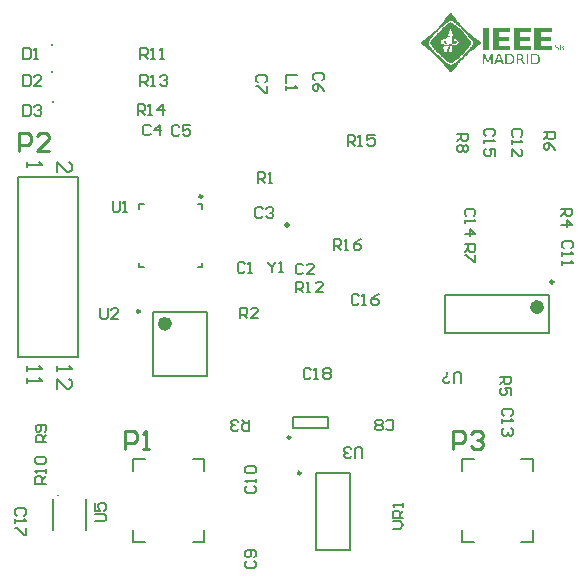
<source format=gto>
G04 Layer_Color=65535*
%FSLAX25Y25*%
%MOIN*%
G70*
G01*
G75*
%ADD30C,0.01000*%
%ADD31C,0.00800*%
%ADD33C,0.00600*%
%ADD46C,0.00984*%
%ADD47C,0.02362*%
%ADD48C,0.00787*%
%ADD49C,0.00984*%
%ADD50C,0.01968*%
%ADD51C,0.00500*%
G36*
X323348Y407967D02*
X321234D01*
Y415547D01*
X323348D01*
Y407967D01*
D02*
G37*
G36*
X330235Y414071D02*
X326555D01*
Y412522D01*
X329925D01*
Y411046D01*
X326555D01*
Y409443D01*
X330235D01*
Y407967D01*
X324459D01*
Y415547D01*
X330235D01*
Y414071D01*
D02*
G37*
G36*
X337195D02*
X333496D01*
Y412522D01*
X336885D01*
Y411046D01*
X333496D01*
Y409443D01*
X337195D01*
Y407967D01*
X331401D01*
Y415547D01*
X337195D01*
Y414071D01*
D02*
G37*
G36*
X333715Y406819D02*
X333861Y406801D01*
X334152Y406728D01*
X334298Y406674D01*
X334426Y406582D01*
X334444Y406564D01*
X334480Y406528D01*
X334517Y406473D01*
X334571Y406400D01*
X334626Y406291D01*
X334681Y406164D01*
X334699Y406018D01*
X334717Y405835D01*
Y405817D01*
Y405781D01*
Y405708D01*
X334699Y405635D01*
X334644Y405453D01*
X334553Y405271D01*
Y405253D01*
X334535Y405234D01*
X334444Y405143D01*
X334316Y405034D01*
X334116Y404961D01*
X334152Y404943D01*
X334207Y404906D01*
X334316Y404852D01*
X334407Y404742D01*
X334426Y404706D01*
X334499Y404615D01*
X334590Y404469D01*
X334699Y404269D01*
X335173Y403321D01*
X334681D01*
X334207Y404214D01*
Y404232D01*
X334171Y404269D01*
X334152Y404323D01*
X334098Y404396D01*
X334007Y404560D01*
X333934Y404615D01*
X333879Y404669D01*
X333843Y404688D01*
X333770Y404742D01*
X333624Y404797D01*
X333423Y404815D01*
X332913D01*
Y403321D01*
X332440D01*
Y406838D01*
X333606D01*
X333715Y406819D01*
D02*
G37*
G36*
X324478Y403321D02*
X324004D01*
Y406400D01*
X323093Y403977D01*
X322619D01*
X321708Y406400D01*
Y403321D01*
X321234D01*
Y406838D01*
X321945D01*
X322856Y404451D01*
X323767Y406838D01*
X324478D01*
Y403321D01*
D02*
G37*
G36*
X338562Y406819D02*
X338780Y406783D01*
X339035Y406728D01*
X339272Y406655D01*
X339509Y406546D01*
X339709Y406400D01*
X339728Y406382D01*
X339782Y406327D01*
X339855Y406218D01*
X339946Y406072D01*
X340037Y405890D01*
X340110Y405672D01*
X340165Y405398D01*
X340183Y405089D01*
Y405070D01*
Y405052D01*
Y404943D01*
X340165Y404779D01*
X340128Y404578D01*
X340074Y404360D01*
X339983Y404123D01*
X339873Y403922D01*
X339709Y403740D01*
X339691Y403722D01*
X339618Y403667D01*
X339509Y403613D01*
X339345Y403540D01*
X339145Y403449D01*
X338871Y403394D01*
X338580Y403339D01*
X338215Y403321D01*
X337231D01*
Y406838D01*
X338379D01*
X338562Y406819D01*
D02*
G37*
G36*
X336266Y403321D02*
X335810D01*
Y406838D01*
X336266D01*
Y403321D01*
D02*
G37*
G36*
X328213D02*
X327721D01*
X327393Y404214D01*
X325789D01*
X325498Y403321D01*
X324988D01*
X326336Y406838D01*
X326864D01*
X328213Y403321D01*
D02*
G37*
G36*
X346050Y409917D02*
X346068D01*
X346141Y409899D01*
X346232Y409880D01*
X346341Y409844D01*
Y409589D01*
X346323Y409607D01*
X346250Y409644D01*
X346159Y409680D01*
X346068Y409716D01*
X346050D01*
X345995Y409735D01*
X345686D01*
X345595Y409698D01*
X345485Y409662D01*
X345467Y409644D01*
X345430Y409607D01*
X345394Y409516D01*
X345376Y409425D01*
Y409407D01*
X345394Y409352D01*
X345412Y409297D01*
X345449Y409224D01*
X345467D01*
X345522Y409188D01*
X345613Y409170D01*
X345740Y409133D01*
X345904Y409097D01*
X345922D01*
X345959Y409079D01*
X346068Y409060D01*
X346196Y408988D01*
X346323Y408896D01*
X346341Y408878D01*
X346396Y408805D01*
X346433Y408696D01*
X346451Y408532D01*
Y408514D01*
Y408496D01*
X346433Y408386D01*
X346378Y408241D01*
X346269Y408113D01*
X346232Y408095D01*
X346141Y408040D01*
X345959Y407985D01*
X345722Y407967D01*
X345631D01*
X345540Y407985D01*
X345430Y408004D01*
X345412D01*
X345339Y408022D01*
X345230Y408058D01*
X345103Y408095D01*
Y408350D01*
X345139Y408332D01*
X345212Y408313D01*
X345321Y408277D01*
X345430Y408241D01*
X345449Y408222D01*
X345522Y408204D01*
X345613Y408186D01*
X345722Y408168D01*
X345759D01*
X345850Y408186D01*
X345959Y408222D01*
X346068Y408277D01*
X346086Y408295D01*
X346123Y408332D01*
X346159Y408404D01*
X346178Y408514D01*
Y408532D01*
X346159Y408605D01*
X346141Y408660D01*
X346086Y408733D01*
X346068Y408751D01*
X346032Y408769D01*
X345941Y408805D01*
X345813Y408842D01*
X345667Y408878D01*
X345649D01*
X345613Y408896D01*
X345503Y408933D01*
X345376Y408988D01*
X345248Y409060D01*
X345230Y409079D01*
X345175Y409152D01*
X345121Y409261D01*
X345103Y409407D01*
Y409425D01*
Y409443D01*
X345121Y409552D01*
X345175Y409680D01*
X345285Y409807D01*
X345321Y409826D01*
X345412Y409880D01*
X345576Y409917D01*
X345777Y409935D01*
X345959D01*
X346050Y409917D01*
D02*
G37*
G36*
X310630Y420320D02*
X310667Y420302D01*
X310776Y420266D01*
X310812Y420248D01*
X310831Y420229D01*
X310940Y420156D01*
X310958Y420138D01*
X310977Y420120D01*
X311723Y419063D01*
X312070Y418644D01*
X312215Y418444D01*
X312361Y418262D01*
X312471Y418116D01*
X312580Y418007D01*
X312634Y417934D01*
X312653Y417897D01*
X313017Y417460D01*
X313181Y417278D01*
X313345Y417096D01*
X313473Y416950D01*
X313564Y416840D01*
X313637Y416768D01*
X313655Y416749D01*
X315295Y415037D01*
X315714Y414636D01*
X316114Y414253D01*
X316497Y413907D01*
X316843Y413597D01*
X317153Y413324D01*
X317262Y413215D01*
X317372Y413124D01*
X317463Y413051D01*
X317517Y412996D01*
X317554Y412978D01*
X317572Y412959D01*
X318009Y412595D01*
X318465Y412249D01*
X318866Y411939D01*
X319248Y411666D01*
X319558Y411447D01*
X319704Y411356D01*
X319813Y411265D01*
X319904Y411210D01*
X319977Y411156D01*
X320014Y411137D01*
X320032Y411119D01*
X320068D01*
X320196Y411028D01*
X320269Y410937D01*
X320323Y410883D01*
X320342Y410846D01*
X320396Y410718D01*
X320433Y410591D01*
X320451Y410500D01*
Y410482D01*
Y410463D01*
X320433Y410318D01*
X320396Y410208D01*
X320342Y410117D01*
X320269Y410026D01*
X320196Y409972D01*
X320141Y409935D01*
X320105Y409899D01*
X320087D01*
X319850Y409771D01*
X319649Y409644D01*
X319576Y409589D01*
X319540Y409552D01*
X319503Y409534D01*
X319485Y409516D01*
X319030Y409188D01*
X318593Y408842D01*
X318192Y408532D01*
X317845Y408241D01*
X317536Y408004D01*
X317426Y407894D01*
X317317Y407803D01*
X317226Y407730D01*
X317171Y407676D01*
X317135Y407657D01*
X317117Y407639D01*
X316679Y407257D01*
X316260Y406892D01*
X315878Y406528D01*
X315550Y406218D01*
X315258Y405945D01*
X315149Y405835D01*
X315040Y405726D01*
X314967Y405653D01*
X314912Y405599D01*
X314876Y405562D01*
X314857Y405544D01*
X314457Y405143D01*
X314074Y404742D01*
X313728Y404378D01*
X313418Y404032D01*
X313163Y403740D01*
X313054Y403613D01*
X312963Y403522D01*
X312890Y403431D01*
X312835Y403376D01*
X312817Y403339D01*
X312799Y403321D01*
X312434Y402884D01*
X312106Y402447D01*
X311796Y402046D01*
X311523Y401681D01*
X311286Y401372D01*
X311195Y401244D01*
X311104Y401135D01*
X311049Y401062D01*
X310995Y400989D01*
X310977Y400953D01*
X310958Y400934D01*
X310776Y400752D01*
X310667Y400698D01*
X310557Y400679D01*
X310448D01*
X310339Y400698D01*
X310248Y400716D01*
X310175Y400752D01*
X310157D01*
X310029Y400807D01*
X309938Y400880D01*
X309901Y400953D01*
X309883Y400971D01*
X309829Y401080D01*
X309774Y401189D01*
X309737Y401262D01*
X309719Y401280D01*
X309428Y401700D01*
X309282Y401900D01*
X309155Y402082D01*
X309027Y402228D01*
X308936Y402337D01*
X308881Y402410D01*
X308863Y402428D01*
X308535Y402847D01*
X308389Y403030D01*
X308262Y403194D01*
X308152Y403339D01*
X308061Y403449D01*
X308007Y403522D01*
X307988Y403540D01*
X307806Y403722D01*
X307661Y403886D01*
X307551Y404013D01*
X307533Y404032D01*
X307515Y404050D01*
X307351Y404232D01*
X307205Y404414D01*
X307132Y404487D01*
X307077Y404524D01*
X307059Y404560D01*
X307041Y404578D01*
X306768Y404870D01*
X306513Y405143D01*
X306276Y405398D01*
X306039Y405635D01*
X305857Y405817D01*
X305711Y405963D01*
X305620Y406054D01*
X305583Y406091D01*
X305292Y406364D01*
X305019Y406637D01*
X304745Y406874D01*
X304508Y407074D01*
X304308Y407257D01*
X304162Y407402D01*
X304053Y407475D01*
X304035Y407512D01*
X304016D01*
X303433Y408004D01*
X303178Y408222D01*
X302923Y408423D01*
X302723Y408587D01*
X302577Y408714D01*
X302468Y408787D01*
X302449Y408824D01*
X302431D01*
X301830Y409279D01*
X301538Y409498D01*
X301284Y409680D01*
X301065Y409826D01*
X300901Y409935D01*
X300792Y410026D01*
X300773Y410044D01*
X300755D01*
X300682Y410135D01*
X300627Y410226D01*
X300591Y410299D01*
X300573Y410318D01*
X300536Y410445D01*
Y410555D01*
X300555Y410646D01*
Y410682D01*
X300609Y410810D01*
X300700Y410919D01*
X300773Y410992D01*
X300810Y411010D01*
X300956Y411119D01*
X301065Y411210D01*
X301138Y411265D01*
X301156Y411283D01*
X301557Y411557D01*
X301921Y411830D01*
X302267Y412103D01*
X302577Y412340D01*
X302850Y412540D01*
X303051Y412686D01*
X303124Y412759D01*
X303178Y412796D01*
X303197Y412832D01*
X303215D01*
X303579Y413142D01*
X303944Y413451D01*
X304272Y413743D01*
X304563Y413998D01*
X304800Y414217D01*
X304982Y414399D01*
X305055Y414454D01*
X305110Y414508D01*
X305128Y414527D01*
X305146Y414545D01*
X305492Y414891D01*
X305838Y415219D01*
X306148Y415547D01*
X306421Y415820D01*
X306658Y416075D01*
X306841Y416257D01*
X306895Y416330D01*
X306950Y416385D01*
X306968Y416403D01*
X306986Y416421D01*
X307314Y416786D01*
X307624Y417132D01*
X307915Y417460D01*
X308171Y417770D01*
X308371Y418025D01*
X308535Y418225D01*
X308608Y418298D01*
X308644Y418353D01*
X308681Y418371D01*
Y418389D01*
X310029Y420138D01*
X310120Y420211D01*
X310229Y420266D01*
X310302Y420284D01*
X310321Y420302D01*
X310448Y420339D01*
X310557D01*
X310630Y420320D01*
D02*
G37*
G36*
X347690Y409899D02*
X347836Y409862D01*
X347981Y409789D01*
X348000Y409771D01*
X348054Y409698D01*
X348109Y409589D01*
X348127Y409443D01*
Y409425D01*
Y409352D01*
X348091Y409261D01*
X348054Y409170D01*
X348036Y409152D01*
X348000Y409115D01*
X347927Y409079D01*
X347817Y409042D01*
X347854D01*
X347927Y409006D01*
X348018Y408951D01*
X348109Y408860D01*
X348127Y408842D01*
X348164Y408769D01*
X348200Y408660D01*
X348218Y408532D01*
Y408514D01*
Y408496D01*
X348200Y408386D01*
X348145Y408259D01*
X348036Y408131D01*
X348000Y408113D01*
X347908Y408077D01*
X347744Y408022D01*
X347544Y408004D01*
X346852D01*
Y409917D01*
X347617D01*
X347690Y409899D01*
D02*
G37*
G36*
X344155Y414071D02*
X340457D01*
Y412522D01*
X343845D01*
Y411046D01*
X340457D01*
Y409443D01*
X344155D01*
Y407967D01*
X338361D01*
Y415547D01*
X344155D01*
Y414071D01*
D02*
G37*
G36*
X330053Y406819D02*
X330272Y406783D01*
X330508Y406728D01*
X330763Y406655D01*
X331000Y406546D01*
X331201Y406400D01*
X331219Y406382D01*
X331274Y406327D01*
X331347Y406218D01*
X331438Y406072D01*
X331529Y405890D01*
X331602Y405672D01*
X331656Y405398D01*
X331674Y405089D01*
Y405070D01*
Y405052D01*
Y404943D01*
X331656Y404779D01*
X331620Y404578D01*
X331565Y404360D01*
X331474Y404123D01*
X331365Y403922D01*
X331201Y403740D01*
X331183Y403722D01*
X331110Y403667D01*
X331000Y403613D01*
X330836Y403540D01*
X330618Y403449D01*
X330363Y403394D01*
X330053Y403339D01*
X329707Y403321D01*
X328723D01*
Y406838D01*
X329871D01*
X330053Y406819D01*
D02*
G37*
%LPC*%
G36*
X333515Y406437D02*
X332913D01*
Y405198D01*
X333642D01*
X333715Y405216D01*
X333879Y405253D01*
X334043Y405344D01*
X334061Y405380D01*
X334134Y405471D01*
X334189Y405617D01*
X334207Y405835D01*
Y405854D01*
Y405890D01*
X334189Y406018D01*
X334134Y406164D01*
X334043Y406291D01*
X334007Y406309D01*
X333915Y406364D01*
X333752Y406419D01*
X333515Y406437D01*
D02*
G37*
G36*
X338270D02*
X337687D01*
Y403704D01*
X338398D01*
X338525Y403722D01*
X338671Y403740D01*
X338853Y403795D01*
X339035Y403850D01*
X339199Y403941D01*
X339345Y404050D01*
X339363Y404068D01*
X339400Y404105D01*
X339454Y404196D01*
X339527Y404305D01*
X339582Y404451D01*
X339637Y404633D01*
X339673Y404833D01*
X339691Y405089D01*
Y405125D01*
Y405198D01*
X339673Y405325D01*
X339655Y405489D01*
X339600Y405653D01*
X339545Y405835D01*
X339454Y405981D01*
X339345Y406127D01*
X339327Y406145D01*
X339272Y406182D01*
X339199Y406218D01*
X339090Y406291D01*
X338926Y406346D01*
X338744Y406382D01*
X338525Y406419D01*
X338270Y406437D01*
D02*
G37*
G36*
X326609Y406364D02*
X325953Y404615D01*
X327247D01*
X326609Y406364D01*
D02*
G37*
G36*
X310648Y417824D02*
X310448D01*
X310266Y417806D01*
X310120Y417751D01*
X309993Y417697D01*
X309901Y417642D01*
X309829Y417606D01*
X309810Y417587D01*
X309464Y417351D01*
X309300Y417223D01*
X309173Y417114D01*
X309045Y417023D01*
X308954Y416950D01*
X308899Y416913D01*
X308881Y416895D01*
X308553Y416640D01*
X308389Y416512D01*
X308262Y416403D01*
X308134Y416312D01*
X308043Y416239D01*
X307988Y416185D01*
X307970Y416166D01*
X307915Y416112D01*
X307897Y416093D01*
X307879D01*
X307843Y416057D01*
X307824Y416039D01*
X307424Y415674D01*
X307059Y415328D01*
X306695Y415000D01*
X306385Y414690D01*
X306130Y414435D01*
X305930Y414235D01*
X305857Y414162D01*
X305802Y414107D01*
X305766Y414071D01*
X305747Y414053D01*
X305383Y413670D01*
X305019Y413287D01*
X304709Y412941D01*
X304435Y412632D01*
X304217Y412358D01*
X304108Y412231D01*
X304035Y412140D01*
X303980Y412067D01*
X303925Y412012D01*
X303907Y411976D01*
X303889Y411957D01*
X303707Y411721D01*
X303561Y411520D01*
X303506Y411447D01*
X303452Y411374D01*
X303433Y411338D01*
X303415Y411320D01*
X303269Y411083D01*
X303197Y410864D01*
X303160Y410773D01*
X303142Y410700D01*
X303124Y410646D01*
Y410627D01*
Y410500D01*
Y410372D01*
X303142Y410299D01*
Y410263D01*
X303178Y410135D01*
X303233Y410026D01*
X303269Y409953D01*
X303288Y409917D01*
X303561Y409516D01*
X303853Y409133D01*
X304126Y408787D01*
X304381Y408477D01*
X304599Y408222D01*
X304764Y408022D01*
X304836Y407931D01*
X304891Y407894D01*
X304909Y407858D01*
X304927Y407840D01*
X305274Y407475D01*
X305602Y407129D01*
X305930Y406801D01*
X306203Y406510D01*
X306440Y406273D01*
X306622Y406109D01*
X306695Y406036D01*
X306750Y405981D01*
X306768Y405963D01*
X306786Y405945D01*
X307096Y405672D01*
X307405Y405416D01*
X307679Y405180D01*
X307915Y404943D01*
X308134Y404761D01*
X308280Y404615D01*
X308389Y404524D01*
X308426Y404505D01*
Y404487D01*
X308735Y404232D01*
X309045Y403995D01*
X309337Y403777D01*
X309610Y403594D01*
X309847Y403449D01*
X310029Y403339D01*
X310102Y403303D01*
X310157Y403266D01*
X310175Y403248D01*
X310193D01*
X310302Y403212D01*
X310430Y403194D01*
X310630D01*
X310703Y403212D01*
X310776D01*
X310812Y403230D01*
X310831D01*
X311049Y403321D01*
X311232Y403431D01*
X311304Y403467D01*
X311359Y403503D01*
X311377Y403522D01*
X311396D01*
X311851Y403868D01*
X312070Y404032D01*
X312252Y404178D01*
X312416Y404305D01*
X312525Y404396D01*
X312616Y404469D01*
X312634Y404487D01*
X313090Y404852D01*
X313290Y405034D01*
X313454Y405180D01*
X313600Y405307D01*
X313728Y405416D01*
X313801Y405489D01*
X313819Y405508D01*
X314238Y405908D01*
X314438Y406109D01*
X314620Y406273D01*
X314766Y406419D01*
X314876Y406528D01*
X314949Y406601D01*
X314967Y406619D01*
X315368Y407038D01*
X315550Y407238D01*
X315714Y407421D01*
X315860Y407566D01*
X315969Y407676D01*
X316042Y407749D01*
X316060Y407767D01*
X316424Y408222D01*
X316588Y408423D01*
X316752Y408605D01*
X316880Y408751D01*
X316971Y408878D01*
X317044Y408951D01*
X317062Y408969D01*
X317244Y409188D01*
X317408Y409425D01*
X317536Y409644D01*
X317645Y409844D01*
X317736Y410008D01*
X317791Y410135D01*
X317827Y410226D01*
X317845Y410263D01*
X317882Y410463D01*
X317864Y410627D01*
X317845Y410737D01*
X317827Y410755D01*
Y410773D01*
X317754Y410937D01*
X317700Y411083D01*
X317627Y411192D01*
X317609Y411210D01*
Y411229D01*
X317281Y411666D01*
X316971Y412085D01*
X316661Y412486D01*
X316370Y412832D01*
X316114Y413124D01*
X316005Y413251D01*
X315932Y413342D01*
X315860Y413433D01*
X315805Y413488D01*
X315768Y413524D01*
X315750Y413543D01*
X315368Y413962D01*
X315003Y414362D01*
X314639Y414727D01*
X314329Y415055D01*
X314056Y415328D01*
X313946Y415438D01*
X313837Y415529D01*
X313764Y415601D01*
X313709Y415674D01*
X313673Y415693D01*
X313655Y415711D01*
X313564Y415765D01*
X313254Y416039D01*
X313108Y416166D01*
X312981Y416276D01*
X312871Y416385D01*
X312780Y416458D01*
X312726Y416494D01*
X312707Y416512D01*
X312398Y416768D01*
X312252Y416895D01*
X312124Y417004D01*
X312015Y417077D01*
X311924Y417150D01*
X311869Y417187D01*
X311851Y417205D01*
X311523Y417442D01*
X311359Y417551D01*
X311195Y417624D01*
X311049Y417678D01*
X310940Y417733D01*
X310867Y417770D01*
X310849D01*
X310648Y417824D01*
D02*
G37*
%LPD*%
G36*
X310721Y417223D02*
X310940Y417168D01*
X311013Y417132D01*
X311086Y417114D01*
X311122Y417077D01*
X311140D01*
X311377Y416950D01*
X311560Y416822D01*
X311632Y416768D01*
X311687Y416731D01*
X311705Y416713D01*
X311723Y416695D01*
X312033Y416458D01*
X312161Y416349D01*
X312288Y416257D01*
X312398Y416166D01*
X312471Y416093D01*
X312525Y416057D01*
X312543Y416039D01*
X312835Y415802D01*
X312963Y415674D01*
X313090Y415565D01*
X313181Y415474D01*
X313254Y415401D01*
X313290Y415365D01*
X313309Y415346D01*
X313400Y415310D01*
X313782Y414946D01*
X314129Y414599D01*
X314457Y414271D01*
X314748Y413962D01*
X314985Y413707D01*
X315167Y413506D01*
X315240Y413433D01*
X315295Y413379D01*
X315313Y413342D01*
X315331Y413324D01*
X315677Y412941D01*
X315987Y412559D01*
X316279Y412194D01*
X316534Y411866D01*
X316734Y411575D01*
X316825Y411466D01*
X316898Y411356D01*
X316953Y411283D01*
X316989Y411229D01*
X317025Y411192D01*
Y411174D01*
X317117Y411028D01*
X317190Y410883D01*
X317226Y410791D01*
X317244Y410773D01*
Y410755D01*
X317281Y410591D01*
Y410445D01*
Y410318D01*
X317262Y410299D01*
Y410281D01*
X317153Y410044D01*
X317044Y409826D01*
X316916Y409625D01*
X316807Y409443D01*
X316698Y409297D01*
X316606Y409188D01*
X316552Y409115D01*
X316534Y409097D01*
X316206Y408696D01*
X316042Y408514D01*
X315896Y408332D01*
X315787Y408186D01*
X315677Y408077D01*
X315623Y408004D01*
X315604Y407985D01*
X315240Y407585D01*
X314876Y407220D01*
X314529Y406856D01*
X314220Y406546D01*
X313946Y406291D01*
X313837Y406182D01*
X313746Y406091D01*
X313673Y406018D01*
X313618Y405963D01*
X313582Y405927D01*
X313564Y405908D01*
X313163Y405544D01*
X312762Y405198D01*
X312398Y404888D01*
X312052Y404615D01*
X311760Y404396D01*
X311632Y404305D01*
X311523Y404232D01*
X311432Y404178D01*
X311377Y404123D01*
X311341Y404105D01*
X311323Y404086D01*
X311140Y403959D01*
X310977Y403868D01*
X310904Y403831D01*
X310849Y403813D01*
X310812Y403795D01*
X310794D01*
X310685Y403777D01*
X310576Y403758D01*
X310394Y403777D01*
X310321Y403795D01*
X310266Y403813D01*
X310229Y403831D01*
X310211D01*
X309901Y404013D01*
X309592Y404196D01*
X309318Y404378D01*
X309082Y404560D01*
X308881Y404706D01*
X308717Y404833D01*
X308626Y404906D01*
X308590Y404943D01*
X308043Y405453D01*
X307788Y405672D01*
X307551Y405890D01*
X307351Y406054D01*
X307205Y406200D01*
X307114Y406273D01*
X307077Y406309D01*
X306750Y406619D01*
X306458Y406929D01*
X306166Y407220D01*
X305893Y407493D01*
X305675Y407730D01*
X305510Y407894D01*
X305456Y407967D01*
X305401Y408022D01*
X305383Y408040D01*
X305365Y408058D01*
X305055Y408423D01*
X304782Y408769D01*
X304527Y409079D01*
X304290Y409388D01*
X304108Y409625D01*
X303980Y409826D01*
X303925Y409899D01*
X303889Y409953D01*
X303853Y409972D01*
Y409990D01*
X303798Y410081D01*
X303761Y410190D01*
X303725Y410263D01*
Y410281D01*
X303707Y410409D01*
Y410518D01*
Y410591D01*
Y410627D01*
X303780Y410883D01*
X303871Y411083D01*
X303907Y411156D01*
X303944Y411210D01*
X303980Y411247D01*
Y411265D01*
X304144Y411484D01*
X304290Y411666D01*
X304344Y411739D01*
X304381Y411794D01*
X304399Y411830D01*
X304417Y411848D01*
X304709Y412213D01*
X305019Y412577D01*
X305310Y412905D01*
X305565Y413196D01*
X305802Y413433D01*
X305966Y413616D01*
X306039Y413688D01*
X306094Y413743D01*
X306112Y413761D01*
X306130Y413779D01*
X306476Y414126D01*
X306822Y414472D01*
X307150Y414782D01*
X307442Y415055D01*
X307679Y415274D01*
X307879Y415456D01*
X307952Y415510D01*
X308007Y415565D01*
X308025Y415583D01*
X308043Y415601D01*
X308080Y415638D01*
X308098Y415656D01*
X308152Y415711D01*
X308171Y415729D01*
X308462Y415984D01*
X308608Y416093D01*
X308735Y416203D01*
X308845Y416276D01*
X308918Y416349D01*
X308972Y416385D01*
X308991Y416403D01*
X309318Y416640D01*
X309464Y416749D01*
X309592Y416859D01*
X309701Y416931D01*
X309792Y417004D01*
X309847Y417041D01*
X309865Y417059D01*
X309956Y417114D01*
X310047Y417168D01*
X310120Y417187D01*
X310138Y417205D01*
X310266Y417241D01*
X310357Y417260D01*
X310466D01*
X310721Y417223D01*
D02*
G37*
%LPC*%
G36*
X310466Y415365D02*
X310321Y414854D01*
X309646Y412686D01*
X309737Y412668D01*
X310193D01*
Y412650D01*
X310138Y411083D01*
X310120D01*
Y411101D01*
X309993Y411283D01*
Y411302D01*
X309974Y411338D01*
X309956Y411429D01*
X309920Y411538D01*
X309901Y411557D01*
Y411575D01*
X309883Y411684D01*
X309865Y411775D01*
X309883Y411903D01*
Y411976D01*
X309901Y411994D01*
X309974Y412085D01*
X310011Y412176D01*
X310047Y412249D01*
X310066Y412285D01*
X310084Y412358D01*
X310102Y412413D01*
X310084Y412486D01*
X310047Y412540D01*
X310029Y412559D01*
Y412577D01*
X309993D01*
X309938Y412559D01*
X309847Y412522D01*
X309792Y412468D01*
X309756Y412449D01*
X309665Y412395D01*
X309592Y412358D01*
X309555Y412340D01*
X309428Y412358D01*
X309300Y412322D01*
X309227Y412285D01*
X309191Y412267D01*
X309100Y412213D01*
X309045Y412176D01*
X309027Y412158D01*
X308991D01*
X308954Y412140D01*
X308936D01*
X308881Y412121D01*
X308863Y412085D01*
X308845Y412048D01*
Y412030D01*
X308863Y411939D01*
X308881Y411885D01*
X308899Y411866D01*
X309009D01*
Y411684D01*
X308899Y411757D01*
X308863Y411794D01*
X308845D01*
X308754Y411866D01*
X308717Y411903D01*
X308699D01*
X308553Y411885D01*
X308426Y411848D01*
X308353Y411830D01*
X308316Y411812D01*
X308189Y411775D01*
X308098Y411721D01*
X308025Y411684D01*
X307988Y411666D01*
X307770Y411557D01*
X307569Y411429D01*
X307497Y411393D01*
X307424Y411338D01*
X307387Y411320D01*
X307369Y411302D01*
X307278Y411210D01*
X307205Y411119D01*
X307150Y411010D01*
X307114Y410919D01*
X307096Y410828D01*
Y410755D01*
Y410700D01*
Y410682D01*
X307169Y410536D01*
X307260Y410427D01*
X307332Y410336D01*
X307369Y410318D01*
X307515Y410226D01*
X307624Y410154D01*
X307697Y410117D01*
X307733Y410099D01*
X308116Y409953D01*
X308517Y409844D01*
X308899Y409753D01*
X309246Y409698D01*
X309555Y409662D01*
X309683Y409644D01*
X309792D01*
X309865Y409625D01*
X310448D01*
X310867Y409662D01*
X311268Y409698D01*
X311614Y409753D01*
X311888Y409807D01*
X312015Y409844D01*
X312106Y409862D01*
X312179Y409880D01*
X312234Y409899D01*
X312270Y409917D01*
X312288D01*
X312489Y410008D01*
X312671Y410117D01*
X312726Y410154D01*
X312780Y410190D01*
X312817Y410208D01*
X312835D01*
X312926Y410281D01*
X313017Y410354D01*
X313072Y410445D01*
X313108Y410518D01*
X313145Y410591D01*
Y410646D01*
X313163Y410682D01*
Y410700D01*
Y410791D01*
X313126Y410883D01*
X313054Y411010D01*
X312981Y411083D01*
X312963Y411119D01*
X312944D01*
X312799Y411247D01*
X312671Y411338D01*
X312580Y411393D01*
X312543Y411411D01*
Y411429D01*
X312634Y411447D01*
X312653Y411466D01*
X312671D01*
X312780Y411502D01*
X312835D01*
Y411520D01*
X312580Y411575D01*
X312361Y411611D01*
X312270Y411629D01*
X312197Y411648D01*
X312161Y411666D01*
X312143D01*
X311888Y411739D01*
X311651Y411794D01*
X311560Y411812D01*
X311487Y411830D01*
X311450Y411848D01*
X311432D01*
X311487Y411739D01*
X311523Y411629D01*
X311541Y411557D01*
Y411538D01*
X311578Y411429D01*
X311614Y411320D01*
X311651Y411247D01*
Y411210D01*
X311742Y411229D01*
X311815Y411247D01*
X311851Y411265D01*
X311869D01*
X311942Y411283D01*
X312015Y411302D01*
X312088D01*
X312234Y411247D01*
X312343Y411192D01*
X312434Y411137D01*
X312471Y411119D01*
X312598Y411010D01*
X312689Y410901D01*
X312726Y410828D01*
Y410810D01*
Y410791D01*
Y410700D01*
X312707Y410646D01*
X312653Y410536D01*
X312598Y410463D01*
X312562Y410445D01*
X312434Y410372D01*
X312343Y410299D01*
X312270Y410245D01*
X312252Y410226D01*
X311960Y410135D01*
X311669Y410063D01*
X311396Y410008D01*
X311140Y409972D01*
X310922Y409935D01*
X310758D01*
X310648Y409917D01*
X310302D01*
X309993Y409935D01*
X309701Y409972D01*
X309446Y410008D01*
X309246Y410044D01*
X309082Y410081D01*
X308972Y410117D01*
X308936D01*
X308772Y410172D01*
X308608Y410245D01*
X308499Y410281D01*
X308462Y410299D01*
X308444D01*
X308353Y410354D01*
X308298Y410427D01*
X308207Y410555D01*
X308171Y410664D01*
Y410700D01*
Y410718D01*
X308280Y410901D01*
X308389Y411028D01*
X308480Y411101D01*
X308517Y411119D01*
X308699Y411210D01*
X308863Y411283D01*
X308936Y411302D01*
X308972Y411320D01*
X309009Y411338D01*
X309027D01*
Y411083D01*
Y411065D01*
X309009Y411046D01*
X308991Y410955D01*
X308954Y410864D01*
X308936Y410846D01*
Y410828D01*
X308899Y410664D01*
X308881Y410536D01*
Y410463D01*
Y410427D01*
Y410409D01*
X308863Y410391D01*
Y410372D01*
X308881D01*
X308899Y410354D01*
X309009Y410336D01*
X309100Y410299D01*
X309118Y410281D01*
X309136D01*
X309373Y410226D01*
X309592Y410208D01*
X309683Y410190D01*
X309756Y410172D01*
X309993D01*
X310047Y410154D01*
X310248D01*
X310357Y410135D01*
X310648D01*
X310740Y410154D01*
X310812Y410172D01*
X310831D01*
Y410208D01*
X310812Y410646D01*
X310885Y410828D01*
X310922Y411010D01*
X310958Y411101D01*
Y411156D01*
X310977Y411192D01*
Y411210D01*
X310995Y411338D01*
X311013Y411429D01*
Y411502D01*
X311031Y411557D01*
X311013Y411629D01*
Y411648D01*
X310977Y411702D01*
X310958Y411721D01*
X310940Y411739D01*
X310922D01*
X310904Y411721D01*
X310885Y411702D01*
X310867Y411666D01*
Y411648D01*
X310849Y411593D01*
X310831Y411575D01*
Y411557D01*
X310794Y411466D01*
X310776Y411447D01*
Y411429D01*
X310740Y412595D01*
X310758Y412668D01*
X311341Y412686D01*
X311177Y413160D01*
X311104Y413397D01*
X311049Y413597D01*
X310977Y413761D01*
X310940Y413889D01*
X310922Y413962D01*
X310904Y413998D01*
X310740Y414490D01*
X310667Y414727D01*
X310612Y414927D01*
X310557Y415091D01*
X310521Y415237D01*
X310503Y415310D01*
X310485Y415346D01*
X310466Y415365D01*
D02*
G37*
G36*
X310867Y409425D02*
X310740D01*
X310703Y409407D01*
X310375D01*
X310321Y409388D01*
X310302D01*
X310175Y409407D01*
X310120D01*
X310102Y409024D01*
X310084Y408860D01*
Y408714D01*
X310066Y408587D01*
Y408496D01*
Y408441D01*
Y408423D01*
X310047Y408095D01*
X310029Y407931D01*
Y407785D01*
X310011Y407639D01*
Y407548D01*
X309993Y407475D01*
Y407457D01*
X310321D01*
X310448Y407439D01*
X310831D01*
X310940Y407457D01*
X310977D01*
X310885Y409352D01*
X310867Y409425D01*
D02*
G37*
G36*
X308407Y409644D02*
X308371Y409589D01*
X308353Y409571D01*
X308335Y409534D01*
X308316Y409516D01*
X308298Y409498D01*
X308280Y409480D01*
X308262Y409461D01*
X308243Y409443D01*
X308152Y409243D01*
X308098Y409097D01*
X308061Y408988D01*
Y408969D01*
Y408951D01*
X308043Y408824D01*
Y408733D01*
Y408660D01*
Y408641D01*
X308061Y408423D01*
X308134Y408277D01*
X308189Y408204D01*
X308207Y408168D01*
X308298Y408077D01*
X308353Y408004D01*
X308389Y407949D01*
Y407931D01*
Y407858D01*
X308371Y407803D01*
X308353Y407749D01*
X308335Y407730D01*
X308298Y407657D01*
X308280Y407603D01*
X308262Y407566D01*
X308243Y407548D01*
Y407475D01*
Y407457D01*
X308280Y407439D01*
X309337D01*
X309355Y407457D01*
Y407475D01*
Y407530D01*
Y407548D01*
X309264Y407603D01*
X309246Y407621D01*
X309227D01*
X309191Y407657D01*
X309173Y407676D01*
Y407712D01*
X309209Y407767D01*
X309246Y407785D01*
X309264Y407803D01*
X309318Y407858D01*
X309355Y407931D01*
X309373Y408040D01*
X309391Y408149D01*
Y408259D01*
Y408332D01*
Y408404D01*
Y408423D01*
X309410Y408568D01*
X309464Y408714D01*
X309519Y408824D01*
X309537Y408860D01*
Y408878D01*
X309665Y409097D01*
X309756Y409261D01*
X309829Y409370D01*
X309847Y409388D01*
Y409407D01*
X309756D01*
X309665Y409425D01*
X309628D01*
X309446Y409443D01*
X309282Y409461D01*
X309136Y409480D01*
X309009Y409498D01*
X308899Y409516D01*
X308826Y409534D01*
X308772Y409552D01*
X308754D01*
X308644Y409589D01*
X308553Y409607D01*
X308499Y409625D01*
X308444D01*
X308407Y409644D01*
D02*
G37*
G36*
X347526Y408933D02*
X347107D01*
Y408222D01*
X347562D01*
X347653Y408241D01*
X347744Y408259D01*
X347836Y408313D01*
X347854Y408332D01*
X347890Y408368D01*
X347908Y408441D01*
X347927Y408550D01*
Y408568D01*
Y408587D01*
X347908Y408660D01*
X347890Y408751D01*
X347836Y408824D01*
X347817Y408842D01*
X347763Y408878D01*
X347672Y408915D01*
X347526Y408933D01*
D02*
G37*
G36*
X347489Y409716D02*
X347107D01*
Y409133D01*
X347599D01*
X347690Y409152D01*
X347781Y409188D01*
X347799Y409206D01*
X347836Y409261D01*
X347854Y409334D01*
X347872Y409425D01*
Y409443D01*
X347854Y409498D01*
X347836Y409571D01*
X347781Y409644D01*
X347763Y409662D01*
X347708Y409680D01*
X347617Y409698D01*
X347489Y409716D01*
D02*
G37*
G36*
X329780Y406437D02*
X329197D01*
Y403704D01*
X329907D01*
X330035Y403722D01*
X330180Y403740D01*
X330363Y403795D01*
X330527Y403850D01*
X330691Y403941D01*
X330836Y404050D01*
X330855Y404068D01*
X330891Y404105D01*
X330946Y404196D01*
X331018Y404305D01*
X331073Y404451D01*
X331128Y404633D01*
X331164Y404833D01*
X331183Y405089D01*
Y405125D01*
Y405198D01*
X331164Y405325D01*
X331146Y405489D01*
X331091Y405653D01*
X331037Y405835D01*
X330946Y405981D01*
X330836Y406127D01*
X330818Y406145D01*
X330782Y406182D01*
X330691Y406218D01*
X330581Y406291D01*
X330435Y406346D01*
X330253Y406382D01*
X330035Y406419D01*
X329780Y406437D01*
D02*
G37*
%LPD*%
D30*
X311337Y275033D02*
Y281031D01*
X314336D01*
X315335Y280031D01*
Y278032D01*
X314336Y277032D01*
X311337D01*
X317335Y280031D02*
X318335Y281031D01*
X320334D01*
X321334Y280031D01*
Y279032D01*
X320334Y278032D01*
X319334D01*
X320334D01*
X321334Y277032D01*
Y276033D01*
X320334Y275033D01*
X318335D01*
X317335Y276033D01*
X201746Y275012D02*
Y281011D01*
X204745D01*
X205745Y280011D01*
Y278012D01*
X204745Y277012D01*
X201746D01*
X207744Y275012D02*
X209744D01*
X208744D01*
Y281011D01*
X207744Y280011D01*
X166702Y374509D02*
Y380507D01*
X169701D01*
X170701Y379507D01*
Y377508D01*
X169701Y376508D01*
X166702D01*
X176699Y374509D02*
X172700D01*
X176699Y378507D01*
Y379507D01*
X175699Y380507D01*
X173700D01*
X172700Y379507D01*
D31*
X204724Y244094D02*
Y248031D01*
Y244094D02*
X208661D01*
X224410D02*
X228346D01*
Y248031D01*
X204724Y267717D02*
Y271654D01*
X208661D01*
X224410D02*
X228346D01*
Y267717D02*
Y271654D01*
X314252Y244115D02*
Y248052D01*
Y244115D02*
X318189D01*
X333937D02*
X337874D01*
Y248052D01*
X314252Y267737D02*
Y271674D01*
X318189D01*
X333937D02*
X337874D01*
Y267737D02*
Y271674D01*
X179102Y367376D02*
Y370709D01*
X182435Y367376D01*
X183268D01*
X184101Y368210D01*
Y369876D01*
X183268Y370709D01*
X169102D02*
Y369042D01*
Y369876D01*
X174101D01*
X173268Y370709D01*
X169102Y302709D02*
Y301043D01*
Y301876D01*
X174101D01*
X173268Y302709D01*
X169102Y298709D02*
Y297042D01*
Y297876D01*
X174101D01*
X173268Y298709D01*
X179102Y302709D02*
Y301043D01*
Y301876D01*
X184101D01*
X183268Y302709D01*
X179102Y295211D02*
Y298543D01*
X182435Y295211D01*
X183268D01*
X184101Y296044D01*
Y297710D01*
X183268Y298543D01*
D33*
X206100Y386400D02*
Y389999D01*
X207899D01*
X208499Y389399D01*
Y388199D01*
X207899Y387600D01*
X206100D01*
X207300D02*
X208499Y386400D01*
X209699D02*
X210898D01*
X210299D01*
Y389999D01*
X209699Y389399D01*
X214497Y386400D02*
Y389999D01*
X212698Y388199D01*
X215097D01*
X207029Y396157D02*
Y399756D01*
X208829D01*
X209428Y399156D01*
Y397956D01*
X208829Y397356D01*
X207029D01*
X208229D02*
X209428Y396157D01*
X210628D02*
X211828D01*
X211228D01*
Y399756D01*
X210628Y399156D01*
X213627D02*
X214227Y399756D01*
X215426D01*
X216026Y399156D01*
Y398556D01*
X215426Y397956D01*
X214827D01*
X215426D01*
X216026Y397356D01*
Y396757D01*
X215426Y396157D01*
X214227D01*
X213627Y396757D01*
X168029Y389756D02*
Y386157D01*
X169829D01*
X170428Y386756D01*
Y389156D01*
X169829Y389756D01*
X168029D01*
X171628Y389156D02*
X172228Y389756D01*
X173427D01*
X174027Y389156D01*
Y388556D01*
X173427Y387956D01*
X172828D01*
X173427D01*
X174027Y387356D01*
Y386756D01*
X173427Y386157D01*
X172228D01*
X171628Y386756D01*
X168029Y399756D02*
Y396157D01*
X169829D01*
X170428Y396757D01*
Y399156D01*
X169829Y399756D01*
X168029D01*
X174027Y396157D02*
X171628D01*
X174027Y398556D01*
Y399156D01*
X173427Y399756D01*
X172228D01*
X171628Y399156D01*
X191853Y250957D02*
X194852D01*
X195452Y251556D01*
Y252756D01*
X194852Y253356D01*
X191853D01*
Y256955D02*
Y254556D01*
X193652D01*
X193053Y255755D01*
Y256355D01*
X193652Y256955D01*
X194852D01*
X195452Y256355D01*
Y255155D01*
X194852Y254556D01*
X175529Y263557D02*
X171930D01*
Y265356D01*
X172530Y265956D01*
X173730D01*
X174329Y265356D01*
Y263557D01*
Y264756D02*
X175529Y265956D01*
Y267156D02*
Y268355D01*
Y267755D01*
X171930D01*
X172530Y267156D01*
Y270155D02*
X171930Y270754D01*
Y271954D01*
X172530Y272554D01*
X174929D01*
X175529Y271954D01*
Y270754D01*
X174929Y270155D01*
X172530D01*
X175729Y277257D02*
X172130D01*
Y279056D01*
X172730Y279656D01*
X173930D01*
X174530Y279056D01*
Y277257D01*
Y278456D02*
X175729Y279656D01*
X175129Y280855D02*
X175729Y281455D01*
Y282655D01*
X175129Y283255D01*
X172730D01*
X172130Y282655D01*
Y281455D01*
X172730Y280855D01*
X173330D01*
X173930Y281455D01*
Y283255D01*
X168199Y252901D02*
X168799Y253501D01*
Y254700D01*
X168199Y255300D01*
X165800D01*
X165200Y254700D01*
Y253501D01*
X165800Y252901D01*
X165200Y251701D02*
Y250501D01*
Y251101D01*
X168799D01*
X168199Y251701D01*
X168799Y248702D02*
Y246303D01*
X168199D01*
X165800Y248702D01*
X165200D01*
X247799Y355016D02*
X247199Y355615D01*
X246000D01*
X245400Y355016D01*
Y352616D01*
X246000Y352016D01*
X247199D01*
X247799Y352616D01*
X248999Y355016D02*
X249599Y355615D01*
X250798D01*
X251398Y355016D01*
Y354416D01*
X250798Y353816D01*
X250199D01*
X250798D01*
X251398Y353216D01*
Y352616D01*
X250798Y352016D01*
X249599D01*
X248999Y352616D01*
X210432Y382613D02*
X209832Y383213D01*
X208632D01*
X208032Y382613D01*
Y380214D01*
X208632Y379614D01*
X209832D01*
X210432Y380214D01*
X213431Y379614D02*
Y383213D01*
X211631Y381414D01*
X214031D01*
X220032Y382413D02*
X219432Y383013D01*
X218232D01*
X217633Y382413D01*
Y380014D01*
X218232Y379414D01*
X219432D01*
X220032Y380014D01*
X223630Y383013D02*
X221231D01*
Y381214D01*
X222431Y381813D01*
X223031D01*
X223630Y381214D01*
Y380014D01*
X223031Y379414D01*
X221831D01*
X221231Y380014D01*
X288967Y281921D02*
X289567Y281321D01*
X290766D01*
X291366Y281921D01*
Y284320D01*
X290766Y284920D01*
X289567D01*
X288967Y284320D01*
X287767Y281921D02*
X287168Y281321D01*
X285968D01*
X285368Y281921D01*
Y282521D01*
X285968Y283120D01*
X285368Y283720D01*
Y284320D01*
X285968Y284920D01*
X287168D01*
X287767Y284320D01*
Y283720D01*
X287168Y283120D01*
X287767Y282521D01*
Y281921D01*
X287168Y283120D02*
X285968D01*
X242630Y237756D02*
X242030Y237156D01*
Y235957D01*
X242630Y235357D01*
X245029D01*
X245629Y235957D01*
Y237156D01*
X245029Y237756D01*
Y238955D02*
X245629Y239555D01*
Y240755D01*
X245029Y241355D01*
X242630D01*
X242030Y240755D01*
Y239555D01*
X242630Y238955D01*
X243230D01*
X243830Y239555D01*
Y241355D01*
X242430Y262756D02*
X241830Y262156D01*
Y260957D01*
X242430Y260357D01*
X244829D01*
X245429Y260957D01*
Y262156D01*
X244829Y262756D01*
X245429Y263955D02*
Y265155D01*
Y264555D01*
X241830D01*
X242430Y263955D01*
Y266955D02*
X241830Y267554D01*
Y268754D01*
X242430Y269354D01*
X244829D01*
X245429Y268754D01*
Y267554D01*
X244829Y266955D01*
X242430D01*
X350528Y341957D02*
X351128Y342557D01*
Y343757D01*
X350528Y344357D01*
X348129D01*
X347529Y343757D01*
Y342557D01*
X348129Y341957D01*
X347529Y340758D02*
Y339558D01*
Y340158D01*
X351128D01*
X350528Y340758D01*
X347529Y337759D02*
Y336559D01*
Y337159D01*
X351128D01*
X350528Y337759D01*
X333799Y379201D02*
X334399Y379801D01*
Y381000D01*
X333799Y381600D01*
X331400D01*
X330800Y381000D01*
Y379801D01*
X331400Y379201D01*
X330800Y378001D02*
Y376801D01*
Y377401D01*
X334399D01*
X333799Y378001D01*
X330800Y372603D02*
Y375002D01*
X333199Y372603D01*
X333799D01*
X334399Y373203D01*
Y374402D01*
X333799Y375002D01*
X330712Y286144D02*
X331312Y286744D01*
Y287944D01*
X330712Y288543D01*
X328313D01*
X327713Y287944D01*
Y286744D01*
X328313Y286144D01*
X327713Y284945D02*
Y283745D01*
Y284345D01*
X331312D01*
X330712Y284945D01*
Y281945D02*
X331312Y281346D01*
Y280146D01*
X330712Y279546D01*
X330113D01*
X329513Y280146D01*
Y280746D01*
Y280146D01*
X328913Y279546D01*
X328313D01*
X327713Y280146D01*
Y281346D01*
X328313Y281945D01*
X318128Y352758D02*
X318728Y353357D01*
Y354557D01*
X318128Y355157D01*
X315729D01*
X315129Y354557D01*
Y353357D01*
X315729Y352758D01*
X315129Y351558D02*
Y350358D01*
Y350958D01*
X318728D01*
X318128Y351558D01*
X315129Y346759D02*
X318728D01*
X316929Y348559D01*
Y346160D01*
X324628Y379415D02*
X325228Y380015D01*
Y381214D01*
X324628Y381814D01*
X322229D01*
X321629Y381214D01*
Y380015D01*
X322229Y379415D01*
X321629Y378215D02*
Y377016D01*
Y377615D01*
X325228D01*
X324628Y378215D01*
X325228Y372817D02*
Y375216D01*
X323429D01*
X324028Y374017D01*
Y373417D01*
X323429Y372817D01*
X322229D01*
X321629Y373417D01*
Y374617D01*
X322229Y375216D01*
X279828Y326156D02*
X279229Y326755D01*
X278029D01*
X277429Y326156D01*
Y323757D01*
X278029Y323157D01*
X279229D01*
X279828Y323757D01*
X281028Y323157D02*
X282228D01*
X281628D01*
Y326755D01*
X281028Y326156D01*
X286426Y326755D02*
X285227Y326156D01*
X284027Y324956D01*
Y323757D01*
X284627Y323157D01*
X285826D01*
X286426Y323757D01*
Y324356D01*
X285826Y324956D01*
X284027D01*
X263842Y301499D02*
X263242Y302099D01*
X262042D01*
X261442Y301499D01*
Y299100D01*
X262042Y298500D01*
X263242D01*
X263842Y299100D01*
X265041Y298500D02*
X266241D01*
X265641D01*
Y302099D01*
X265041Y301499D01*
X268040D02*
X268640Y302099D01*
X269840D01*
X270440Y301499D01*
Y300899D01*
X269840Y300300D01*
X270440Y299700D01*
Y299100D01*
X269840Y298500D01*
X268640D01*
X268040Y299100D01*
Y299700D01*
X268640Y300300D01*
X268040Y300899D01*
Y301499D01*
X268640Y300300D02*
X269840D01*
X168029Y408755D02*
Y405157D01*
X169829D01*
X170428Y405757D01*
Y408156D01*
X169829Y408755D01*
X168029D01*
X171628Y405157D02*
X172828D01*
X172228D01*
Y408755D01*
X171628Y408156D01*
X259254Y399600D02*
X255655D01*
Y397201D01*
Y396001D02*
Y394801D01*
Y395401D01*
X259254D01*
X258654Y396001D01*
X246200Y363800D02*
Y367399D01*
X247999D01*
X248599Y366799D01*
Y365599D01*
X247999Y365000D01*
X246200D01*
X247400D02*
X248599Y363800D01*
X249799D02*
X250998D01*
X250399D01*
Y367399D01*
X249799Y366799D01*
X240287Y318600D02*
Y322199D01*
X242086D01*
X242686Y321599D01*
Y320399D01*
X242086Y319800D01*
X240287D01*
X241486D02*
X242686Y318600D01*
X246285D02*
X243886D01*
X246285Y320999D01*
Y321599D01*
X245685Y322199D01*
X244485D01*
X243886Y321599D01*
X243266Y284820D02*
Y281221D01*
X241467D01*
X240867Y281821D01*
Y283020D01*
X241467Y283620D01*
X243266D01*
X242067D02*
X240867Y284820D01*
X239667Y281821D02*
X239068Y281221D01*
X237868D01*
X237268Y281821D01*
Y282420D01*
X237868Y283020D01*
X238468D01*
X237868D01*
X237268Y283620D01*
Y284220D01*
X237868Y284820D01*
X239068D01*
X239667Y284220D01*
X347329Y355157D02*
X350928D01*
Y353357D01*
X350328Y352758D01*
X349129D01*
X348529Y353357D01*
Y355157D01*
Y353957D02*
X347329Y352758D01*
Y349758D02*
X350928D01*
X349129Y351558D01*
Y349159D01*
X341529Y380714D02*
X345128D01*
Y378915D01*
X344528Y378315D01*
X343329D01*
X342729Y378915D01*
Y380714D01*
Y379515D02*
X341529Y378315D01*
X345128Y374716D02*
X344528Y375916D01*
X343329Y377115D01*
X342129D01*
X341529Y376516D01*
Y375316D01*
X342129Y374716D01*
X342729D01*
X343329Y375316D01*
Y377115D01*
X315124Y343300D02*
X318723D01*
Y341501D01*
X318123Y340901D01*
X316924D01*
X316324Y341501D01*
Y343300D01*
Y342100D02*
X315124Y340901D01*
X318723Y339701D02*
Y337302D01*
X318123D01*
X315724Y339701D01*
X315124D01*
X312700Y380058D02*
X316299D01*
Y378258D01*
X315699Y377658D01*
X314499D01*
X313900Y378258D01*
Y380058D01*
Y378858D02*
X312700Y377658D01*
X315699Y376459D02*
X316299Y375859D01*
Y374659D01*
X315699Y374059D01*
X315099D01*
X314499Y374659D01*
X313900Y374059D01*
X313300D01*
X312700Y374659D01*
Y375859D01*
X313300Y376459D01*
X313900D01*
X314499Y375859D01*
X315099Y376459D01*
X315699D01*
X314499Y375859D02*
Y374659D01*
X258810Y327300D02*
Y330899D01*
X260609D01*
X261209Y330299D01*
Y329099D01*
X260609Y328500D01*
X258810D01*
X260009D02*
X261209Y327300D01*
X262408D02*
X263608D01*
X263008D01*
Y330899D01*
X262408Y330299D01*
X267807Y327300D02*
X265407D01*
X267807Y329699D01*
Y330299D01*
X267207Y330899D01*
X266007D01*
X265407Y330299D01*
X197747Y357852D02*
Y354853D01*
X198347Y354253D01*
X199547D01*
X200146Y354853D01*
Y357852D01*
X201346Y354253D02*
X202546D01*
X201946D01*
Y357852D01*
X201346Y357252D01*
X193729Y321955D02*
Y318956D01*
X194329Y318357D01*
X195529D01*
X196128Y318956D01*
Y321955D01*
X199727Y318357D02*
X197328D01*
X199727Y320756D01*
Y321356D01*
X199127Y321955D01*
X197928D01*
X197328Y321356D01*
X280966Y272021D02*
Y275020D01*
X280366Y275620D01*
X279167D01*
X278567Y275020D01*
Y272021D01*
X277367Y272621D02*
X276767Y272021D01*
X275568D01*
X274968Y272621D01*
Y273220D01*
X275568Y273820D01*
X276168D01*
X275568D01*
X274968Y274420D01*
Y275020D01*
X275568Y275620D01*
X276767D01*
X277367Y275020D01*
X313929Y297158D02*
Y300157D01*
X313329Y300757D01*
X312130D01*
X311530Y300157D01*
Y297158D01*
X310330Y297758D02*
X309731Y297158D01*
X308531D01*
X307931Y297758D01*
Y298358D01*
X309131Y299557D01*
Y300157D02*
Y300757D01*
X249629Y337556D02*
Y336956D01*
X250829Y335756D01*
X252028Y336956D01*
Y337556D01*
X250829Y335756D02*
Y333957D01*
X253228D02*
X254428D01*
X253828D01*
Y337556D01*
X253228Y336956D01*
X241828Y336756D02*
X241229Y337355D01*
X240029D01*
X239429Y336756D01*
Y334356D01*
X240029Y333757D01*
X241229D01*
X241828Y334356D01*
X243028Y333757D02*
X244228D01*
X243628D01*
Y337355D01*
X243028Y336756D01*
X261228Y336256D02*
X260629Y336856D01*
X259429D01*
X258829Y336256D01*
Y333857D01*
X259429Y333257D01*
X260629D01*
X261228Y333857D01*
X264827Y333257D02*
X262428D01*
X264827Y335656D01*
Y336256D01*
X264227Y336856D01*
X263028D01*
X262428Y336256D01*
X248531Y397259D02*
X249131Y397859D01*
Y399059D01*
X248531Y399658D01*
X246132D01*
X245532Y399059D01*
Y397859D01*
X246132Y397259D01*
X249131Y396059D02*
Y393660D01*
X248531D01*
X246132Y396059D01*
X245532D01*
X267562Y397958D02*
X268162Y398558D01*
Y399758D01*
X267562Y400357D01*
X265163D01*
X264563Y399758D01*
Y398558D01*
X265163Y397958D01*
X268162Y394359D02*
X267562Y395559D01*
X266363Y396759D01*
X265163D01*
X264563Y396159D01*
Y394959D01*
X265163Y394359D01*
X265763D01*
X266363Y394959D01*
Y396759D01*
X291130Y248557D02*
X293530D01*
X294729Y249756D01*
X293530Y250956D01*
X291130D01*
X294729Y252155D02*
X291130D01*
Y253955D01*
X291730Y254555D01*
X292930D01*
X293530Y253955D01*
Y252155D01*
Y253355D02*
X294729Y254555D01*
Y255754D02*
Y256954D01*
Y256354D01*
X291130D01*
X291730Y255754D01*
X207029Y405157D02*
Y408755D01*
X208829D01*
X209428Y408156D01*
Y406956D01*
X208829Y406356D01*
X207029D01*
X208229D02*
X209428Y405157D01*
X210628D02*
X211828D01*
X211228D01*
Y408755D01*
X210628Y408156D01*
X213627Y405157D02*
X214827D01*
X214227D01*
Y408755D01*
X213627Y408156D01*
X326900Y299100D02*
X330499D01*
Y297301D01*
X329899Y296701D01*
X328699D01*
X328099Y297301D01*
Y299100D01*
Y297901D02*
X326900Y296701D01*
X330499Y293102D02*
Y295501D01*
X328699D01*
X329299Y294302D01*
Y293702D01*
X328699Y293102D01*
X327500D01*
X326900Y293702D01*
Y294901D01*
X327500Y295501D01*
X276100Y376200D02*
Y379799D01*
X277899D01*
X278499Y379199D01*
Y377999D01*
X277899Y377400D01*
X276100D01*
X277300D02*
X278499Y376200D01*
X279699D02*
X280898D01*
X280299D01*
Y379799D01*
X279699Y379199D01*
X285097Y379799D02*
X282698D01*
Y377999D01*
X283897Y378599D01*
X284497D01*
X285097Y377999D01*
Y376800D01*
X284497Y376200D01*
X283298D01*
X282698Y376800D01*
X271500Y341500D02*
Y345099D01*
X273299D01*
X273899Y344499D01*
Y343299D01*
X273299Y342700D01*
X271500D01*
X272700D02*
X273899Y341500D01*
X275099D02*
X276298D01*
X275699D01*
Y345099D01*
X275099Y344499D01*
X280497Y345099D02*
X279297Y344499D01*
X278098Y343299D01*
Y342100D01*
X278698Y341500D01*
X279897D01*
X280497Y342100D01*
Y342700D01*
X279897Y343299D01*
X278098D01*
D46*
X227633Y359291D02*
G03*
X227633Y359291I-492J0D01*
G01*
X206845Y321003D02*
G03*
X206845Y321003I-492J0D01*
G01*
X260502Y267052D02*
G03*
X260502Y267052I-492J0D01*
G01*
X257072Y278900D02*
G03*
X257072Y278900I-492J0D01*
G01*
X344668Y330757D02*
G03*
X344668Y330757I-492J0D01*
G01*
D47*
X216392Y316850D02*
G03*
X216392Y316850I-1181J0D01*
G01*
X340396Y322391D02*
G03*
X340396Y322391I-1181J0D01*
G01*
D48*
X179550Y259637D02*
G03*
X179550Y259637I-197J0D01*
G01*
X166102Y365709D02*
X186102D01*
Y305709D02*
Y365709D01*
X166102Y305709D02*
X186102D01*
X166102D02*
Y365709D01*
X226157Y356732D02*
X227731D01*
Y355157D02*
Y356732D01*
Y335669D02*
Y337243D01*
X226157Y335669D02*
X227731D01*
X206668D02*
X208243D01*
X206668D02*
Y337243D01*
Y356732D02*
X208243D01*
X206668Y355157D02*
Y356732D01*
X211274Y299527D02*
X229384D01*
X211274Y320787D02*
X229384D01*
Y299527D02*
Y320787D01*
X211274Y299527D02*
Y320787D01*
X265620Y241461D02*
Y267052D01*
X277038Y241461D02*
Y267052D01*
X265620D02*
X277038D01*
X265620Y241461D02*
X277038D01*
X257761Y282148D02*
Y285691D01*
X269572Y282148D02*
Y285691D01*
X257761Y282148D02*
X269572D01*
X257761Y285691D02*
X269572D01*
X308506Y313729D02*
Y326328D01*
X343152Y313729D02*
Y326328D01*
X308506Y313729D02*
X343152D01*
X308506Y326328D02*
X343152D01*
D49*
X177525Y409657D02*
D03*
Y400657D02*
D03*
X178029Y390657D02*
D03*
D50*
X255996Y349617D02*
D03*
D51*
X188743Y248220D02*
Y258456D01*
X177838Y248220D02*
Y258456D01*
M02*

</source>
